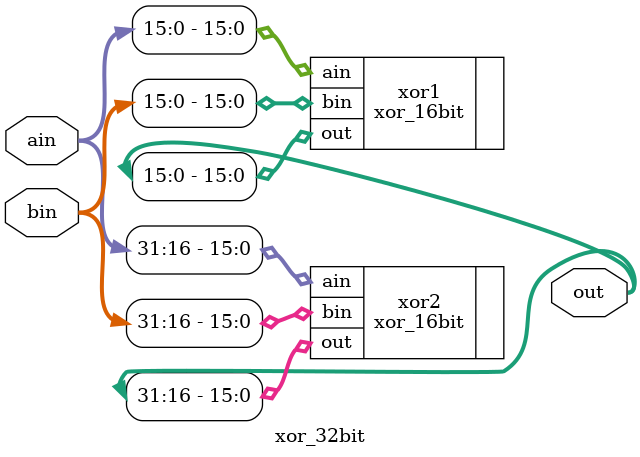
<source format=v>
module xor_32bit (
	output [31:0] out,
	input [31:0] ain,
	input [31:0] bin
);
	xor_16bit xor1 (
		.out(out[15:0]),
		.ain(ain[15:0]),
		.bin(bin[15:0])
	);
	
	xor_16bit xor2 (
		.out(out[31:16]),
		.ain(ain[31:16]),
		.bin(bin[31:16])
	);
	
endmodule
</source>
